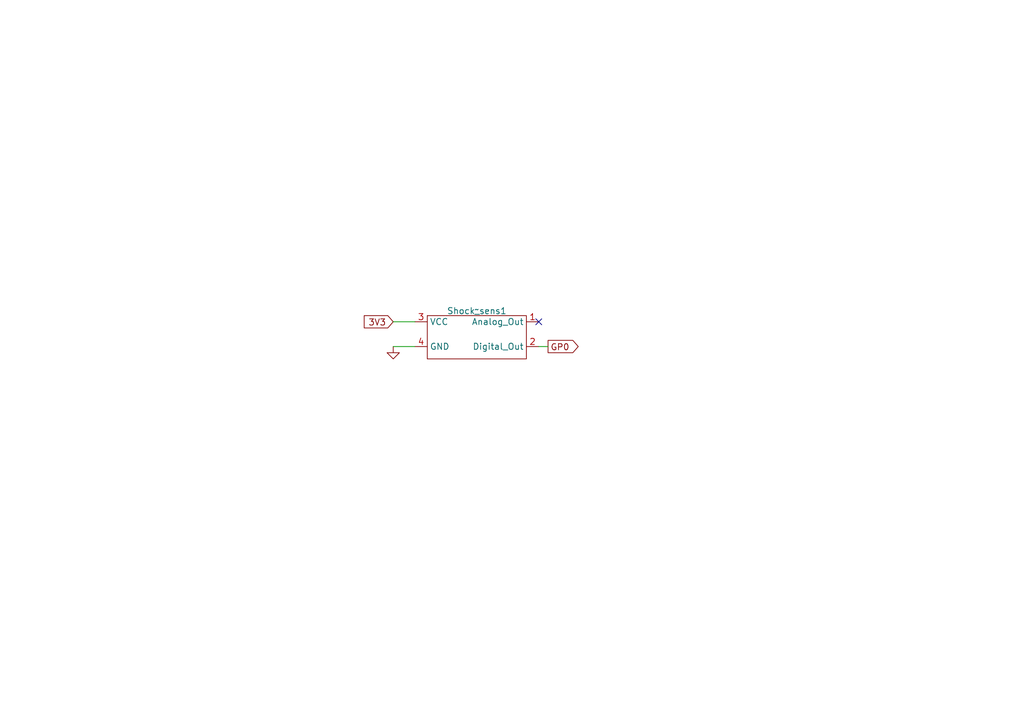
<source format=kicad_sch>
(kicad_sch (version 20230121) (generator eeschema)
  (paper "A5")
  (title_block (title "Shock sensor") (date "2023-11-06") (rev "V0.1") (company "HHS Living Labs"))
  (lib_symbols
    (symbol "power:GND" (power) (pin_names (offset 0))
      (property "Value" "GND" (at 0 -3.81 0))
      (symbol "GND_0_1"
        (polyline (pts (xy 0 0) (xy 0 -1.27) (xy 1.27 -1.27) (xy 0 -2.54) (xy -1.27 -1.27) (xy 0 -1.27)))
      )
      (symbol "GND_1_1"
        (pin power_in line (at 0 0 270) (length 0) hide (name "GND") (number "1"))
      )
    )
    (symbol "shock:shock_sens"
      (property "Reference" "Shock_sens1" (at 0 -0.3081 0))
      (property "Value" "~" (at 0 0 0))
      (symbol "shock_sens_0_1"
        (rectangle (start -10.16 -1.27) (end 10.16 -10.16))
      )
      (symbol "shock_sens_1_1"
        (pin bidirectional line (at 12.7 -2.54 180) (length 2.54) (name "Analog_Out") (number "1"))
        (pin bidirectional line (at 12.7 -7.62 180) (length 2.54) (name "Digital_Out") (number "2"))
        (pin bidirectional line (at -12.7 -2.54 0) (length 2.54) (name "VCC") (number "3"))
        (pin passive line (at -12.7 -7.62 0) (length 2.54) (name "GND") (number "4"))
      )
    )
  )
  (no_connect (at 110.49 66.04))
  (wire (pts (xy 80.645 71.12) (xy 85.09 71.12)))
  (wire (pts (xy 80.645 66.04) (xy 85.09 66.04)))
  (wire (pts (xy 110.49 71.12) (xy 112.395 71.12)))
  (global_label "GP0" (shape output) (at 112.395 71.12 0) (property "Intersheetrefs" "${INTERSHEET_REFS}" (effects hide)))
  (global_label "3V3" (shape input) (at 80.645 66.04 180) (property "Intersheetrefs" "${INTERSHEET_REFS}" (effects hide)))
  (symbol (lib_id "power:GND") (at 80.645 71.12 0) (unit 1)
    (property "Reference" "#PWR04" (effects hide))
    (property "Value" "GND" (effects hide))
  )
  (symbol (lib_id "shock:shock_sens") (at 97.79 63.5 0) (unit 1)
    (property "Reference" "Shock_sens1" (at 97.79 63.8081 0))
    (property "Value" "~" (at 97.79 63.5 0))
    (property "Footprint" "Shocksens:Schock-sens" (effects hide))
  )
)
</source>
